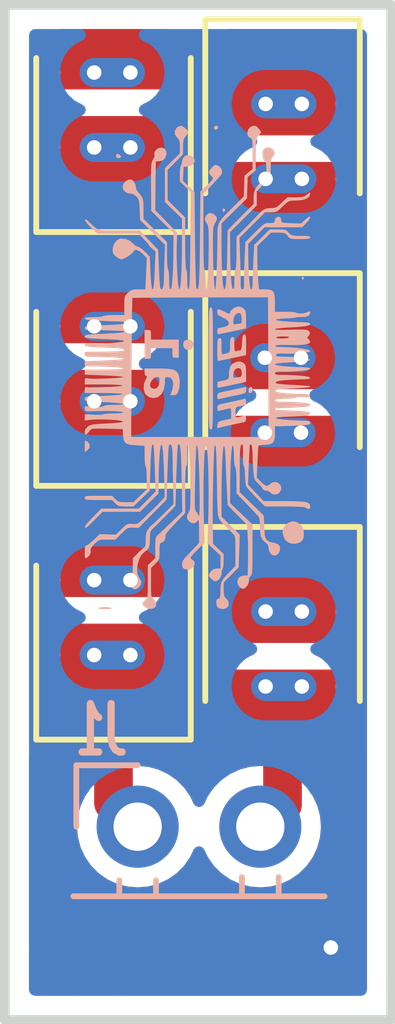
<source format=kicad_pcb>
(kicad_pcb (version 20240108) (generator "pcbnew") (generator_version "8.0")
  (layers (0 "F.Cu" signal) (31 "B.Cu" signal) (34 "B.Paste" user) (35 "F.Paste" user) (36 "B.SilkS" user "B.Silkscreen") (37 "F.SilkS" user "F.Silkscreen") (38 "B.Mask" user) (39 "F.Mask" user) (44 "Edge.Cuts" user))
  (net 0 "")
  (net 1 "/-LEDs-")
  (net 2 "/+24V+")
  (net 3 "Net-(L1-A)")
  (net 4 "Net-(L2-A)")
  (net 5 "Net-(L3-A)")
  (net 6 "Net-(L4-A)")
  (net 7 "Net-(L5-A)")
  (net 8 "Earth_Clean")
  (footprint "LED_SMD:LED_PLCC_2835" (layer "F.Cu") (at 25.75 33 -90)
    (property "Reference" "L6" (hide yes))
    (property "Value" "LED" (hide yes))
    (pad "1" smd rect (at -0.9 0 270) (size 2.2 2.2) (layers "F.Cu" "F.Paste" "F.Mask") (net 7 "Net-(L5-A)"))
    (pad "1" thru_hole circle (at -0.45 -0.4 270) (size 0.6 0.6) (drill 0.3) (layers "*.Cu") (net 7 "Net-(L5-A)"))
    (pad "1" thru_hole circle (at -0.45 0.35 270) (size 0.6 0.6) (drill 0.3) (layers "*.Cu") (net 7 "Net-(L5-A)"))
    (pad "2" thru_hole circle (at 1.1 -0.4 270) (size 0.6 0.6) (drill 0.3) (layers "*.Cu") (net 2 "/+24V+"))
    (pad "2" thru_hole circle (at 1.1 0.35 270) (size 0.6 0.6) (drill 0.3) (layers "*.Cu") (net 2 "/+24V+"))
    (pad "2" smd rect (at 1.375 0 270) (size 1.25 2.2) (layers "F.Cu" "F.Paste" "F.Mask") (net 2 "/+24V+"))
  )
  (footprint "LED_SMD:LED_PLCC_2835" (layer "F.Cu") (at 22.25 22.5 90)
    (property "Reference" "L3" (hide yes))
    (property "Value" "LED" (hide yes))
    (pad "1" smd rect (at -0.9 0 90) (size 2.2 2.2) (layers "F.Cu" "F.Paste" "F.Mask") (net 4 "Net-(L2-A)"))
    (pad "1" thru_hole circle (at -0.45 -0.4 90) (size 0.6 0.6) (drill 0.3) (layers "*.Cu") (net 4 "Net-(L2-A)"))
    (pad "1" thru_hole circle (at -0.45 0.35 90) (size 0.6 0.6) (drill 0.3) (layers "*.Cu") (net 4 "Net-(L2-A)"))
    (pad "2" thru_hole circle (at 1.1 -0.4 90) (size 0.6 0.6) (drill 0.3) (layers "*.Cu") (net 5 "Net-(L3-A)"))
    (pad "2" thru_hole circle (at 1.1 0.35 90) (size 0.6 0.6) (drill 0.3) (layers "*.Cu") (net 5 "Net-(L3-A)"))
    (pad "2" smd rect (at 1.375 0 90) (size 1.25 2.2) (layers "F.Cu" "F.Paste" "F.Mask") (net 5 "Net-(L3-A)"))
  )
  (footprint "LED_SMD:LED_PLCC_2835" (layer "F.Cu") (at 22.25 33 90)
    (property "Reference" "L1" (hide yes))
    (property "Value" "LED" (hide yes))
    (pad "1" smd rect (at -0.9 0 90) (size 2.2 2.2) (layers "F.Cu" "F.Paste" "F.Mask") (net 1 "/-LEDs-"))
    (pad "1" thru_hole circle (at -0.45 -0.4 90) (size 0.6 0.6) (drill 0.3) (layers "*.Cu") (net 1 "/-LEDs-"))
    (pad "1" thru_hole circle (at -0.45 0.35 90) (size 0.6 0.6) (drill 0.3) (layers "*.Cu") (net 1 "/-LEDs-"))
    (pad "2" thru_hole circle (at 1.1 -0.4 90) (size 0.6 0.6) (drill 0.3) (layers "*.Cu") (net 3 "Net-(L1-A)"))
    (pad "2" thru_hole circle (at 1.1 0.35 90) (size 0.6 0.6) (drill 0.3) (layers "*.Cu") (net 3 "Net-(L1-A)"))
    (pad "2" smd rect (at 1.375 0 90) (size 1.25 2.2) (layers "F.Cu" "F.Paste" "F.Mask") (net 3 "Net-(L1-A)"))
  )
  (footprint "LED_SMD:LED_PLCC_2835" (layer "F.Cu") (at 25.75 22.5 -90)
    (property "Reference" "L4" (hide yes))
    (property "Value" "LED" (hide yes))
    (pad "1" smd rect (at -0.9 0 270) (size 2.2 2.2) (layers "F.Cu" "F.Paste" "F.Mask") (net 5 "Net-(L3-A)"))
    (pad "1" thru_hole circle (at -0.45 -0.4 270) (size 0.6 0.6) (drill 0.3) (layers "*.Cu") (net 5 "Net-(L3-A)"))
    (pad "1" thru_hole circle (at -0.45 0.35 270) (size 0.6 0.6) (drill 0.3) (layers "*.Cu") (net 5 "Net-(L3-A)"))
    (pad "2" thru_hole circle (at 1.1 -0.4 270) (size 0.6 0.6) (drill 0.3) (layers "*.Cu") (net 6 "Net-(L4-A)"))
    (pad "2" thru_hole circle (at 1.1 0.35 270) (size 0.6 0.6) (drill 0.3) (layers "*.Cu") (net 6 "Net-(L4-A)"))
    (pad "2" smd rect (at 1.375 0 270) (size 1.25 2.2) (layers "F.Cu" "F.Paste" "F.Mask") (net 6 "Net-(L4-A)"))
  )
  (footprint "LED_SMD:LED_PLCC_2835" (layer "F.Cu") (at 22.25 27.75 90)
    (property "Reference" "L2" (hide yes))
    (property "Value" "LED" (hide yes))
    (pad "1" smd rect (at -0.9 0 90) (size 2.2 2.2) (layers "F.Cu" "F.Paste" "F.Mask") (net 3 "Net-(L1-A)"))
    (pad "1" thru_hole circle (at -0.45 -0.4 90) (size 0.6 0.6) (drill 0.3) (layers "*.Cu") (net 3 "Net-(L1-A)"))
    (pad "1" thru_hole circle (at -0.45 0.35 90) (size 0.6 0.6) (drill 0.3) (layers "*.Cu") (net 3 "Net-(L1-A)"))
    (pad "2" thru_hole circle (at 1.1 -0.4 90) (size 0.6 0.6) (drill 0.3) (layers "*.Cu") (net 4 "Net-(L2-A)"))
    (pad "2" thru_hole circle (at 1.1 0.35 90) (size 0.6 0.6) (drill 0.3) (layers "*.Cu") (net 4 "Net-(L2-A)"))
    (pad "2" smd rect (at 1.375 0 90) (size 1.25 2.2) (layers "F.Cu" "F.Paste" "F.Mask") (net 4 "Net-(L2-A)"))
  )
  (footprint "NetTie:NetTie-2_SMD_Pad0.5mm" (layer "F.Cu") (at 22 39.5)
    (property "Reference" "CMN1" (hide yes))
    (property "Value" "EarthClean" (hide yes))
    (fp_poly (pts (xy -0.5 -0.25) (xy 0.5 -0.25) (xy 0.5 0.25) (xy -0.5 0.25)) (fill solid) (layer "F.Cu"))
    (pad "1" smd circle (at -0.5 0) (size 0.5 0.5) (layers "F.Cu") (net 8 "Earth_Clean"))
    (pad "2" smd circle (at 0.5 0) (size 0.5 0.5) (layers "F.Cu") (net 8 "Earth_Clean"))
  )
  (footprint "LED_SMD:LED_PLCC_2835" (layer "F.Cu") (at 25.75 27.75 -90)
    (property "Reference" "L5" (hide yes))
    (property "Value" "LED" (hide yes))
    (pad "1" smd rect (at -0.9 0 270) (size 2.2 2.2) (layers "F.Cu" "F.Paste" "F.Mask") (net 6 "Net-(L4-A)"))
    (pad "1" thru_hole circle (at -0.45 -0.382329 270) (size 0.6 0.6) (drill 0.3) (layers "*.Cu") (net 6 "Net-(L4-A)"))
    (pad "1" thru_hole circle (at -0.45 0.367671 270) (size 0.6 0.6) (drill 0.3) (layers "*.Cu") (net 6 "Net-(L4-A)"))
    (pad "2" thru_hole circle (at 1.1 -0.382329 270) (size 0.6 0.6) (drill 0.3) (layers "*.Cu") (net 7 "Net-(L5-A)"))
    (pad "2" thru_hole circle (at 1.1 0.367671 270) (size 0.6 0.6) (drill 0.3) (layers "*.Cu") (net 7 "Net-(L5-A)"))
    (pad "2" smd rect (at 1.375 0 270) (size 1.25 2.2) (layers "F.Cu" "F.Paste" "F.Mask") (net 7 "Net-(L5-A)"))
  )
  (footprint "LOGO" (layer "B.Cu") (at 24 27.5 90)
    (property "Reference" "ai" (hide yes))
    (property "Value" "LOGO" (hide yes))
  )
  (footprint "Connector_PinHeader_2.54mm:PinHeader_1x02_P2.54mm_Horizontal" (layer "B.Cu") (at 22.75 37 -90)
    (property "Reference" "J1" (at -2 0.75 0) (layer "B.SilkS") (effects (font (size 1 0.6)) (justify mirror)))
    (property "Value" "2pin connector" (hide yes))
    (pad "1" thru_hole oval (at 0 0 270) (size 1.7 1.7) (drill 1) (layers "*.Cu" "*.Mask") (net 1 "/-LEDs-"))
    (pad "2" thru_hole oval (at 0 -2.54 270) (size 1.7 1.7) (drill 1) (layers "*.Cu" "*.Mask") (net 2 "/+24V+"))
  )
  (gr_rect (start 20 20) (end 28 41) (stroke (width 0.2)) (fill none) (layer "Edge.Cuts"))
  (segment (start 22.25 36.5) (end 22.75 37) (width 0.8) (layer "F.Cu") (net 1))
  (segment (start 22.25 33.9) (end 22.25 36.5) (width 0.8) (layer "F.Cu") (net 1))
  (segment (start 22.6 33.45) (end 21.85 33.45) (width 0.6) (layer "B.Cu") (net 1))
  (segment (start 25.75 34.375) (end 25.75 36.54) (width 0.8) (layer "F.Cu") (net 2))
  (segment (start 25.75 36.54) (end 25.29 37) (width 0.8) (layer "F.Cu") (net 2))
  (segment (start 26.15 34.1) (end 25.4 34.1) (width 0.6) (layer "B.Cu") (net 2))
  (segment (start 22.25 31.625) (end 22.25 28.65) (width 0.8) (layer "F.Cu") (net 3))
  (segment (start 21.85 28.2) (end 22.6 28.2) (width 0.6) (layer "B.Cu") (net 3))
  (segment (start 22.6 31.9) (end 21.85 31.9) (width 0.6) (layer "B.Cu") (net 3))
  (segment (start 22.25 26.375) (end 22.25 23.4) (width 0.8) (layer "F.Cu") (net 4))
  (segment (start 21.85 22.95) (end 22.6 22.95) (width 0.6) (layer "B.Cu") (net 4))
  (segment (start 21.85 26.65) (end 22.6 26.65) (width 0.6) (layer "B.Cu") (net 4))
  (segment (start 22.25 21.125) (end 25.275 21.125) (width 0.8) (layer "F.Cu") (net 5))
  (segment (start 25.275 21.125) (end 25.75 21.6) (width 0.8) (layer "F.Cu") (net 5))
  (segment (start 25.4 22.05) (end 26.15 22.05) (width 0.6) (layer "B.Cu") (net 5))
  (segment (start 21.85 21.4) (end 22.6 21.4) (width 0.6) (layer "B.Cu") (net 5))
  (segment (start 25.75 23.875) (end 25.75 26.85) (width 0.8) (layer "F.Cu") (net 6))
  (segment (start 25.382329 27.3) (end 26.132329 27.3) (width 0.6) (layer "B.Cu") (net 6))
  (segment (start 25.4 23.6) (end 26.15 23.6) (width 0.6) (layer "B.Cu") (net 6))
  (segment (start 25.75 29.125) (end 25.75 32.1) (width 0.8) (layer "F.Cu") (net 7))
  (segment (start 25.382329 28.85) (end 26.132329 28.85) (width 0.6) (layer "B.Cu") (net 7))
  (segment (start 26.15 32.55) (end 25.4 32.55) (width 0.6) (layer "B.Cu") (net 7))
  (via (at 26.75 39.5) (size 0.6) (drill 0.3) (layers "F.Cu" "B.Cu") (net 8))
  (zone (net 0) (net_name "") (layer "F.Cu") (connect_pads (clearance 0)) (min_thickness 0.25)
    (keepout (tracks allowed) (vias allowed) (pads allowed) (copperpour not_allowed) (footprints allowed))
    (fill (thermal_gap 0.5) (thermal_bridge_width 0.5))
    (polygon (pts (xy 20.590378 20.241395) (xy 20.55 35.4) (xy 27.400799 35.460057) (xy 27.441177 20.301452)))
  )
  (zone (net 8) (net_name "Earth_Clean") (layers "F&B.Cu") (priority 1) (connect_pads (clearance 0.4)) (min_thickness 0.25) (fill yes (thermal_gap 0.5) (thermal_bridge_width 0.5) (island_removal_mode 1) (island_area_min 10))
    (polygon (pts (xy 20 20) (xy 28 20) (xy 28 41) (xy 20 41)))
  )
)
</source>
